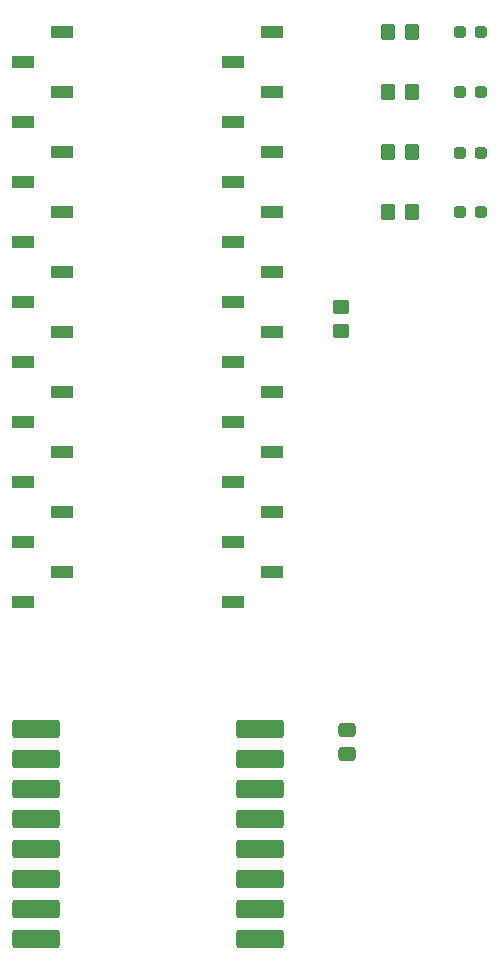
<source format=gbr>
%TF.GenerationSoftware,KiCad,Pcbnew,9.0.4*%
%TF.CreationDate,2025-11-10T15:19:37-05:00*%
%TF.ProjectId,lwqms_receiver,6c77716d-735f-4726-9563-65697665722e,rev?*%
%TF.SameCoordinates,Original*%
%TF.FileFunction,Paste,Top*%
%TF.FilePolarity,Positive*%
%FSLAX46Y46*%
G04 Gerber Fmt 4.6, Leading zero omitted, Abs format (unit mm)*
G04 Created by KiCad (PCBNEW 9.0.4) date 2025-11-10 15:19:37*
%MOMM*%
%LPD*%
G01*
G04 APERTURE LIST*
G04 Aperture macros list*
%AMRoundRect*
0 Rectangle with rounded corners*
0 $1 Rounding radius*
0 $2 $3 $4 $5 $6 $7 $8 $9 X,Y pos of 4 corners*
0 Add a 4 corners polygon primitive as box body*
4,1,4,$2,$3,$4,$5,$6,$7,$8,$9,$2,$3,0*
0 Add four circle primitives for the rounded corners*
1,1,$1+$1,$2,$3*
1,1,$1+$1,$4,$5*
1,1,$1+$1,$6,$7*
1,1,$1+$1,$8,$9*
0 Add four rect primitives between the rounded corners*
20,1,$1+$1,$2,$3,$4,$5,0*
20,1,$1+$1,$4,$5,$6,$7,0*
20,1,$1+$1,$6,$7,$8,$9,0*
20,1,$1+$1,$8,$9,$2,$3,0*%
G04 Aperture macros list end*
%ADD10RoundRect,0.237500X0.287500X0.237500X-0.287500X0.237500X-0.287500X-0.237500X0.287500X-0.237500X0*%
%ADD11RoundRect,0.250000X-0.350000X-0.450000X0.350000X-0.450000X0.350000X0.450000X-0.350000X0.450000X0*%
%ADD12R,1.900000X1.000000*%
%ADD13RoundRect,0.240000X-1.760000X0.560000X-1.760000X-0.560000X1.760000X-0.560000X1.760000X0.560000X0*%
%ADD14RoundRect,0.250000X-0.475000X0.337500X-0.475000X-0.337500X0.475000X-0.337500X0.475000X0.337500X0*%
%ADD15RoundRect,0.250000X-0.450000X0.350000X-0.450000X-0.350000X0.450000X-0.350000X0.450000X0.350000X0*%
G04 APERTURE END LIST*
D10*
%TO.C,D4*%
X158131000Y-66138000D03*
X156381000Y-66138000D03*
%TD*%
D11*
%TO.C,R3*%
X150273000Y-71178000D03*
X152273000Y-71178000D03*
%TD*%
D12*
%TO.C,J1*%
X122680000Y-55880000D03*
X119380000Y-58420000D03*
X122680000Y-60960000D03*
X119380000Y-63500000D03*
X122680000Y-66040000D03*
X119380000Y-68580000D03*
X122680000Y-71120000D03*
X119380000Y-73660000D03*
X122680000Y-76200000D03*
X119380000Y-78740000D03*
X122680000Y-81280000D03*
X119380000Y-83820000D03*
X122680000Y-86360000D03*
X119380000Y-88900000D03*
X122680000Y-91440000D03*
X119380000Y-93980000D03*
X122680000Y-96520000D03*
X119380000Y-99060000D03*
X122680000Y-101600000D03*
X119380000Y-104140000D03*
%TD*%
D10*
%TO.C,D2*%
X158115000Y-60960000D03*
X156365000Y-60960000D03*
%TD*%
%TO.C,D3*%
X158115000Y-71120000D03*
X156365000Y-71120000D03*
%TD*%
D11*
%TO.C,R1*%
X150269000Y-55880000D03*
X152269000Y-55880000D03*
%TD*%
D12*
%TO.C,J2*%
X137160000Y-104140000D03*
X140460000Y-101600000D03*
X137160000Y-99060000D03*
X140460000Y-96520000D03*
X137160000Y-93980000D03*
X140460000Y-91440000D03*
X137160000Y-88900000D03*
X140460000Y-86360000D03*
X137160000Y-83820000D03*
X140460000Y-81280000D03*
X137160000Y-78740000D03*
X140460000Y-76200000D03*
X137160000Y-73660000D03*
X140460000Y-71120000D03*
X137160000Y-68580000D03*
X140460000Y-66040000D03*
X137160000Y-63500000D03*
X140460000Y-60960000D03*
X137160000Y-58420000D03*
X140460000Y-55880000D03*
%TD*%
D10*
%TO.C,D1*%
X158115000Y-55880000D03*
X156365000Y-55880000D03*
%TD*%
D13*
%TO.C,U1*%
X139421000Y-132735000D03*
X139421000Y-130195000D03*
X139421000Y-127655000D03*
X139421000Y-125115000D03*
X139421000Y-122575000D03*
X139421000Y-120035000D03*
X139421000Y-117495000D03*
X139421000Y-114955000D03*
X120421000Y-114955000D03*
X120421000Y-117495000D03*
X120421000Y-120035000D03*
X120421000Y-122575000D03*
X120421000Y-125115000D03*
X120421000Y-127655000D03*
X120421000Y-130195000D03*
X120421000Y-132735000D03*
%TD*%
D14*
%TO.C,C1*%
X146812000Y-115000000D03*
X146812000Y-117075000D03*
%TD*%
D11*
%TO.C,R4*%
X150273000Y-66098000D03*
X152273000Y-66098000D03*
%TD*%
%TO.C,R2*%
X150269000Y-60989000D03*
X152269000Y-60989000D03*
%TD*%
D15*
%TO.C,R5*%
X146251001Y-79227001D03*
X146251001Y-81227001D03*
%TD*%
M02*

</source>
